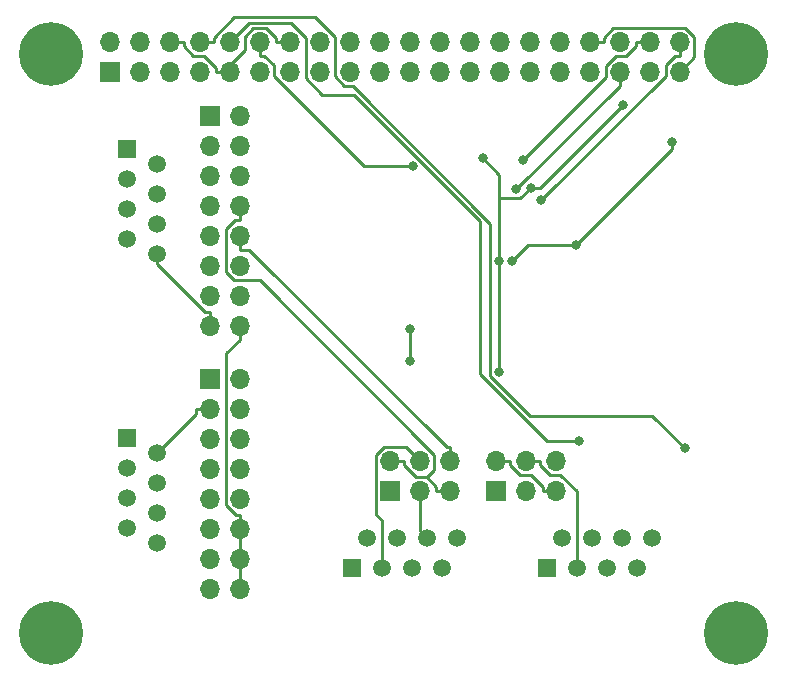
<source format=gbr>
G04 #@! TF.GenerationSoftware,KiCad,Pcbnew,(5.0.2)-1*
G04 #@! TF.CreationDate,2019-06-22T23:22:15-04:00*
G04 #@! TF.ProjectId,RPi-Ham,5250692d-4861-46d2-9e6b-696361645f70,rev?*
G04 #@! TF.SameCoordinates,Original*
G04 #@! TF.FileFunction,Copper,L2,Bot*
G04 #@! TF.FilePolarity,Positive*
%FSLAX46Y46*%
G04 Gerber Fmt 4.6, Leading zero omitted, Abs format (unit mm)*
G04 Created by KiCad (PCBNEW (5.0.2)-1) date 2019-06-22 23:22:15*
%MOMM*%
%LPD*%
G01*
G04 APERTURE LIST*
G04 #@! TA.AperFunction,ComponentPad*
%ADD10C,1.500000*%
G04 #@! TD*
G04 #@! TA.AperFunction,ComponentPad*
%ADD11R,1.500000X1.500000*%
G04 #@! TD*
G04 #@! TA.AperFunction,ComponentPad*
%ADD12C,5.400000*%
G04 #@! TD*
G04 #@! TA.AperFunction,ComponentPad*
%ADD13C,0.800000*%
G04 #@! TD*
G04 #@! TA.AperFunction,ComponentPad*
%ADD14O,1.700000X1.700000*%
G04 #@! TD*
G04 #@! TA.AperFunction,ComponentPad*
%ADD15R,1.700000X1.700000*%
G04 #@! TD*
G04 #@! TA.AperFunction,ViaPad*
%ADD16C,0.800000*%
G04 #@! TD*
G04 #@! TA.AperFunction,Conductor*
%ADD17C,0.250000*%
G04 #@! TD*
G04 APERTURE END LIST*
D10*
G04 #@! TO.P,J2,8*
G04 #@! TO.N,Net-(J2-Pad8)*
X85390000Y-73460000D03*
G04 #@! TO.P,J2,7*
G04 #@! TO.N,Net-(J2-Pad7)*
X84120000Y-76000000D03*
G04 #@! TO.P,J2,6*
G04 #@! TO.N,Net-(J1-Pad3)*
X82850000Y-73460000D03*
G04 #@! TO.P,J2,5*
G04 #@! TO.N,GND*
X81580000Y-76000000D03*
G04 #@! TO.P,J2,4*
X80310000Y-73460000D03*
G04 #@! TO.P,J2,3*
G04 #@! TO.N,Net-(J1-Pad4)*
X79040000Y-76000000D03*
G04 #@! TO.P,J2,2*
G04 #@! TO.N,Net-(J2-Pad2)*
X77770000Y-73460000D03*
D11*
G04 #@! TO.P,J2,1*
G04 #@! TO.N,Net-(J2-Pad1)*
X76500000Y-76000000D03*
G04 #@! TD*
G04 #@! TO.P,J4,1*
G04 #@! TO.N,Net-(J4-Pad1)*
X93000000Y-76000000D03*
D10*
G04 #@! TO.P,J4,2*
G04 #@! TO.N,Net-(J4-Pad2)*
X94270000Y-73460000D03*
G04 #@! TO.P,J4,3*
G04 #@! TO.N,Net-(J3-Pad4)*
X95540000Y-76000000D03*
G04 #@! TO.P,J4,4*
G04 #@! TO.N,GND*
X96810000Y-73460000D03*
G04 #@! TO.P,J4,5*
X98080000Y-76000000D03*
G04 #@! TO.P,J4,6*
G04 #@! TO.N,Net-(J3-Pad3)*
X99350000Y-73460000D03*
G04 #@! TO.P,J4,7*
G04 #@! TO.N,Net-(J4-Pad7)*
X100620000Y-76000000D03*
G04 #@! TO.P,J4,8*
G04 #@! TO.N,Net-(J4-Pad8)*
X101890000Y-73460000D03*
G04 #@! TD*
D12*
G04 #@! TO.P,J12,1*
G04 #@! TO.N,N/C*
X109000000Y-32500000D03*
D13*
X111025000Y-32500000D03*
X110431891Y-33931891D03*
X109000000Y-34525000D03*
X107568109Y-33931891D03*
X106975000Y-32500000D03*
X107568109Y-31068109D03*
X109000000Y-30475000D03*
X110431891Y-31068109D03*
G04 #@! TD*
G04 #@! TO.P,J13,1*
G04 #@! TO.N,N/C*
X52431891Y-31068109D03*
X51000000Y-30475000D03*
X49568109Y-31068109D03*
X48975000Y-32500000D03*
X49568109Y-33931891D03*
X51000000Y-34525000D03*
X52431891Y-33931891D03*
X53025000Y-32500000D03*
D12*
X51000000Y-32500000D03*
G04 #@! TD*
D13*
G04 #@! TO.P,J10,1*
G04 #@! TO.N,N/C*
X110431891Y-80068109D03*
X109000000Y-79475000D03*
X107568109Y-80068109D03*
X106975000Y-81500000D03*
X107568109Y-82931891D03*
X109000000Y-83525000D03*
X110431891Y-82931891D03*
X111025000Y-81500000D03*
D12*
X109000000Y-81500000D03*
G04 #@! TD*
D13*
G04 #@! TO.P,J11,1*
G04 #@! TO.N,N/C*
X52431891Y-80068109D03*
X51000000Y-79475000D03*
X49568109Y-80068109D03*
X48975000Y-81500000D03*
X49568109Y-82931891D03*
X51000000Y-83525000D03*
X52431891Y-82931891D03*
X53025000Y-81500000D03*
D12*
X51000000Y-81500000D03*
G04 #@! TD*
D11*
G04 #@! TO.P,J5,1*
G04 #@! TO.N,Net-(J5-Pad1)*
X57500000Y-40500000D03*
D10*
G04 #@! TO.P,J5,2*
G04 #@! TO.N,Net-(J5-Pad2)*
X60040000Y-41770000D03*
G04 #@! TO.P,J5,3*
G04 #@! TO.N,Net-(J5-Pad3)*
X57500000Y-43040000D03*
G04 #@! TO.P,J5,4*
G04 #@! TO.N,Net-(J5-Pad4)*
X60040000Y-44310000D03*
G04 #@! TO.P,J5,5*
G04 #@! TO.N,Net-(J5-Pad5)*
X57500000Y-45580000D03*
G04 #@! TO.P,J5,6*
G04 #@! TO.N,Net-(J5-Pad6)*
X60040000Y-46850000D03*
G04 #@! TO.P,J5,7*
G04 #@! TO.N,Net-(J5-Pad7)*
X57500000Y-48120000D03*
G04 #@! TO.P,J5,8*
G04 #@! TO.N,Net-(J5-Pad8)*
X60040000Y-49390000D03*
G04 #@! TD*
D14*
G04 #@! TO.P,J6,16*
G04 #@! TO.N,GND*
X67000000Y-55500000D03*
G04 #@! TO.P,J6,15*
G04 #@! TO.N,Net-(J5-Pad8)*
X64460000Y-55500000D03*
G04 #@! TO.P,J6,14*
G04 #@! TO.N,GND*
X67000000Y-52960000D03*
G04 #@! TO.P,J6,13*
G04 #@! TO.N,Net-(J5-Pad7)*
X64460000Y-52960000D03*
G04 #@! TO.P,J6,12*
G04 #@! TO.N,GND*
X67000000Y-50420000D03*
G04 #@! TO.P,J6,11*
G04 #@! TO.N,Net-(J5-Pad6)*
X64460000Y-50420000D03*
G04 #@! TO.P,J6,10*
G04 #@! TO.N,TXR0*
X67000000Y-47880000D03*
G04 #@! TO.P,J6,9*
G04 #@! TO.N,Net-(J5-Pad5)*
X64460000Y-47880000D03*
G04 #@! TO.P,J6,8*
G04 #@! TO.N,RXR0*
X67000000Y-45340000D03*
G04 #@! TO.P,J6,7*
G04 #@! TO.N,Net-(J5-Pad4)*
X64460000Y-45340000D03*
G04 #@! TO.P,J6,6*
G04 #@! TO.N,PTT0*
X67000000Y-42800000D03*
G04 #@! TO.P,J6,5*
G04 #@! TO.N,Net-(J5-Pad3)*
X64460000Y-42800000D03*
G04 #@! TO.P,J6,4*
G04 #@! TO.N,OUTL*
X67000000Y-40260000D03*
G04 #@! TO.P,J6,3*
G04 #@! TO.N,Net-(J5-Pad2)*
X64460000Y-40260000D03*
G04 #@! TO.P,J6,2*
G04 #@! TO.N,INL*
X67000000Y-37720000D03*
D15*
G04 #@! TO.P,J6,1*
G04 #@! TO.N,Net-(J5-Pad1)*
X64460000Y-37720000D03*
G04 #@! TD*
D11*
G04 #@! TO.P,J7,1*
G04 #@! TO.N,Net-(J7-Pad1)*
X57500000Y-65000000D03*
D10*
G04 #@! TO.P,J7,2*
G04 #@! TO.N,Net-(J7-Pad2)*
X60040000Y-66270000D03*
G04 #@! TO.P,J7,3*
G04 #@! TO.N,Net-(J7-Pad3)*
X57500000Y-67540000D03*
G04 #@! TO.P,J7,4*
G04 #@! TO.N,Net-(J7-Pad4)*
X60040000Y-68810000D03*
G04 #@! TO.P,J7,5*
G04 #@! TO.N,Net-(J7-Pad5)*
X57500000Y-70080000D03*
G04 #@! TO.P,J7,6*
G04 #@! TO.N,Net-(J7-Pad6)*
X60040000Y-71350000D03*
G04 #@! TO.P,J7,7*
G04 #@! TO.N,Net-(J7-Pad7)*
X57500000Y-72620000D03*
G04 #@! TO.P,J7,8*
G04 #@! TO.N,Net-(J7-Pad8)*
X60040000Y-73890000D03*
G04 #@! TD*
D14*
G04 #@! TO.P,J8,40*
G04 #@! TO.N,DIN*
X104260000Y-31460000D03*
G04 #@! TO.P,J8,39*
G04 #@! TO.N,GND*
X104260000Y-34000000D03*
G04 #@! TO.P,J8,38*
G04 #@! TO.N,DOUT*
X101720000Y-31460000D03*
G04 #@! TO.P,J8,37*
G04 #@! TO.N,Net-(J8-Pad37)*
X101720000Y-34000000D03*
G04 #@! TO.P,J8,36*
G04 #@! TO.N,Net-(J8-Pad36)*
X99180000Y-31460000D03*
G04 #@! TO.P,J8,35*
G04 #@! TO.N,LRCK*
X99180000Y-34000000D03*
G04 #@! TO.P,J8,34*
G04 #@! TO.N,GND*
X96640000Y-31460000D03*
G04 #@! TO.P,J8,33*
G04 #@! TO.N,RXD1*
X96640000Y-34000000D03*
G04 #@! TO.P,J8,32*
G04 #@! TO.N,TXD1*
X94100000Y-31460000D03*
G04 #@! TO.P,J8,31*
G04 #@! TO.N,Net-(J8-Pad31)*
X94100000Y-34000000D03*
G04 #@! TO.P,J8,30*
G04 #@! TO.N,GND*
X91560000Y-31460000D03*
G04 #@! TO.P,J8,29*
G04 #@! TO.N,Net-(J8-Pad29)*
X91560000Y-34000000D03*
G04 #@! TO.P,J8,28*
G04 #@! TO.N,Net-(J8-Pad28)*
X89020000Y-31460000D03*
G04 #@! TO.P,J8,27*
G04 #@! TO.N,Net-(J8-Pad27)*
X89020000Y-34000000D03*
G04 #@! TO.P,J8,26*
G04 #@! TO.N,Net-(J8-Pad26)*
X86480000Y-31460000D03*
G04 #@! TO.P,J8,25*
G04 #@! TO.N,GND*
X86480000Y-34000000D03*
G04 #@! TO.P,J8,24*
G04 #@! TO.N,Net-(J8-Pad24)*
X83940000Y-31460000D03*
G04 #@! TO.P,J8,23*
G04 #@! TO.N,Net-(J8-Pad23)*
X83940000Y-34000000D03*
G04 #@! TO.P,J8,22*
G04 #@! TO.N,Net-(J8-Pad22)*
X81400000Y-31460000D03*
G04 #@! TO.P,J8,21*
G04 #@! TO.N,Net-(J8-Pad21)*
X81400000Y-34000000D03*
G04 #@! TO.P,J8,20*
G04 #@! TO.N,GND*
X78860000Y-31460000D03*
G04 #@! TO.P,J8,19*
G04 #@! TO.N,Net-(J8-Pad19)*
X78860000Y-34000000D03*
G04 #@! TO.P,J8,18*
G04 #@! TO.N,Net-(J8-Pad18)*
X76320000Y-31460000D03*
G04 #@! TO.P,J8,17*
G04 #@! TO.N,Net-(C19-Pad1)*
X76320000Y-34000000D03*
G04 #@! TO.P,J8,16*
G04 #@! TO.N,Net-(J8-Pad16)*
X73780000Y-31460000D03*
G04 #@! TO.P,J8,15*
G04 #@! TO.N,Net-(J8-Pad15)*
X73780000Y-34000000D03*
G04 #@! TO.P,J8,14*
G04 #@! TO.N,GND*
X71240000Y-31460000D03*
G04 #@! TO.P,J8,13*
G04 #@! TO.N,Net-(J8-Pad13)*
X71240000Y-34000000D03*
G04 #@! TO.P,J8,12*
G04 #@! TO.N,BCK*
X68700000Y-31460000D03*
G04 #@! TO.P,J8,11*
G04 #@! TO.N,Net-(J8-Pad11)*
X68700000Y-34000000D03*
G04 #@! TO.P,J8,10*
G04 #@! TO.N,RXD0*
X66160000Y-31460000D03*
G04 #@! TO.P,J8,9*
G04 #@! TO.N,GND*
X66160000Y-34000000D03*
G04 #@! TO.P,J8,8*
G04 #@! TO.N,TXD0*
X63620000Y-31460000D03*
G04 #@! TO.P,J8,7*
G04 #@! TO.N,Net-(J8-Pad7)*
X63620000Y-34000000D03*
G04 #@! TO.P,J8,6*
G04 #@! TO.N,GND*
X61080000Y-31460000D03*
G04 #@! TO.P,J8,5*
G04 #@! TO.N,Net-(J8-Pad5)*
X61080000Y-34000000D03*
G04 #@! TO.P,J8,4*
G04 #@! TO.N,Net-(C18-Pad1)*
X58540000Y-31460000D03*
G04 #@! TO.P,J8,3*
G04 #@! TO.N,Net-(J8-Pad3)*
X58540000Y-34000000D03*
G04 #@! TO.P,J8,2*
G04 #@! TO.N,Net-(C18-Pad1)*
X56000000Y-31460000D03*
D15*
G04 #@! TO.P,J8,1*
G04 #@! TO.N,Net-(C19-Pad1)*
X56000000Y-34000000D03*
G04 #@! TD*
G04 #@! TO.P,J9,1*
G04 #@! TO.N,Net-(J7-Pad1)*
X64500000Y-60000000D03*
D14*
G04 #@! TO.P,J9,2*
G04 #@! TO.N,INR*
X67040000Y-60000000D03*
G04 #@! TO.P,J9,3*
G04 #@! TO.N,Net-(J7-Pad2)*
X64500000Y-62540000D03*
G04 #@! TO.P,J9,4*
G04 #@! TO.N,OUTR*
X67040000Y-62540000D03*
G04 #@! TO.P,J9,5*
G04 #@! TO.N,Net-(J7-Pad3)*
X64500000Y-65080000D03*
G04 #@! TO.P,J9,6*
G04 #@! TO.N,PTT1*
X67040000Y-65080000D03*
G04 #@! TO.P,J9,7*
G04 #@! TO.N,Net-(J7-Pad4)*
X64500000Y-67620000D03*
G04 #@! TO.P,J9,8*
G04 #@! TO.N,RXR1*
X67040000Y-67620000D03*
G04 #@! TO.P,J9,9*
G04 #@! TO.N,Net-(J7-Pad5)*
X64500000Y-70160000D03*
G04 #@! TO.P,J9,10*
G04 #@! TO.N,TXR1*
X67040000Y-70160000D03*
G04 #@! TO.P,J9,11*
G04 #@! TO.N,Net-(J7-Pad6)*
X64500000Y-72700000D03*
G04 #@! TO.P,J9,12*
G04 #@! TO.N,GND*
X67040000Y-72700000D03*
G04 #@! TO.P,J9,13*
G04 #@! TO.N,Net-(J7-Pad7)*
X64500000Y-75240000D03*
G04 #@! TO.P,J9,14*
G04 #@! TO.N,GND*
X67040000Y-75240000D03*
G04 #@! TO.P,J9,15*
G04 #@! TO.N,Net-(J7-Pad8)*
X64500000Y-77780000D03*
G04 #@! TO.P,J9,16*
G04 #@! TO.N,GND*
X67040000Y-77780000D03*
G04 #@! TD*
G04 #@! TO.P,J1,6*
G04 #@! TO.N,TXR0*
X84830000Y-66960000D03*
G04 #@! TO.P,J1,5*
G04 #@! TO.N,RXR0*
X84830000Y-69500000D03*
G04 #@! TO.P,J1,4*
G04 #@! TO.N,Net-(J1-Pad4)*
X82290000Y-66960000D03*
G04 #@! TO.P,J1,3*
G04 #@! TO.N,Net-(J1-Pad3)*
X82290000Y-69500000D03*
G04 #@! TO.P,J1,2*
G04 #@! TO.N,RXR0*
X79750000Y-66960000D03*
D15*
G04 #@! TO.P,J1,1*
G04 #@! TO.N,TXR0*
X79750000Y-69500000D03*
G04 #@! TD*
G04 #@! TO.P,J3,1*
G04 #@! TO.N,TXR1*
X88750000Y-69500000D03*
D14*
G04 #@! TO.P,J3,2*
G04 #@! TO.N,RXR1*
X88750000Y-66960000D03*
G04 #@! TO.P,J3,3*
G04 #@! TO.N,Net-(J3-Pad3)*
X91290000Y-69500000D03*
G04 #@! TO.P,J3,4*
G04 #@! TO.N,Net-(J3-Pad4)*
X91290000Y-66960000D03*
G04 #@! TO.P,J3,5*
G04 #@! TO.N,RXR1*
X93830000Y-69500000D03*
G04 #@! TO.P,J3,6*
G04 #@! TO.N,TXR1*
X93830000Y-66960000D03*
G04 #@! TD*
D16*
G04 #@! TO.N,Earth*
X88978200Y-59423100D03*
X87573300Y-41289900D03*
X99439000Y-36804700D03*
X91657400Y-43805600D03*
X88985600Y-50011900D03*
G04 #@! TO.N,VCC*
X103572600Y-39915700D03*
X90024800Y-50024400D03*
X95500000Y-48640400D03*
G04 #@! TO.N,Net-(C11-Pad2)*
X81432600Y-55744200D03*
X81432600Y-58494800D03*
G04 #@! TO.N,TXD0*
X104678500Y-65870500D03*
G04 #@! TO.N,RXD0*
X95765500Y-65261800D03*
G04 #@! TO.N,BCK*
X81710500Y-41971700D03*
G04 #@! TO.N,LRCK*
X90442700Y-43912600D03*
G04 #@! TO.N,DOUT*
X90972400Y-41465700D03*
G04 #@! TO.N,DIN*
X92526800Y-44876200D03*
G04 #@! TD*
D17*
G04 #@! TO.N,Earth*
X88985600Y-50011900D02*
X88985600Y-59415700D01*
X88985600Y-59415700D02*
X88978200Y-59423100D01*
X88985600Y-44687100D02*
X88985600Y-50011900D01*
X91657400Y-43805600D02*
X90775900Y-44687100D01*
X90775900Y-44687100D02*
X88985600Y-44687100D01*
X88985600Y-44687100D02*
X88985600Y-42702200D01*
X88985600Y-42702200D02*
X87573300Y-41289900D01*
X91657400Y-43805600D02*
X92438100Y-43805600D01*
X92438100Y-43805600D02*
X99439000Y-36804700D01*
G04 #@! TO.N,VCC*
X90024800Y-50024400D02*
X91408800Y-48640400D01*
X91408800Y-48640400D02*
X95500000Y-48640400D01*
X95500000Y-48640400D02*
X103572600Y-40567800D01*
X103572600Y-40567800D02*
X103572600Y-39915700D01*
G04 #@! TO.N,Net-(C11-Pad2)*
X81432600Y-58494800D02*
X81432600Y-55744200D01*
G04 #@! TO.N,GND*
X71240000Y-31460000D02*
X70064700Y-31460000D01*
X65572400Y-34000000D02*
X67430000Y-32142400D01*
X67430000Y-32142400D02*
X67430000Y-31022000D01*
X67430000Y-31022000D02*
X68167300Y-30284700D01*
X68167300Y-30284700D02*
X69256800Y-30284700D01*
X69256800Y-30284700D02*
X70064700Y-31092600D01*
X70064700Y-31092600D02*
X70064700Y-31460000D01*
X65572400Y-34000000D02*
X64984700Y-34000000D01*
X66160000Y-34000000D02*
X65572400Y-34000000D01*
X61080000Y-31460000D02*
X62255300Y-31460000D01*
X64984700Y-34000000D02*
X64984700Y-33632600D01*
X64984700Y-33632600D02*
X63987400Y-32635300D01*
X63987400Y-32635300D02*
X63063200Y-32635300D01*
X63063200Y-32635300D02*
X62255300Y-31827400D01*
X62255300Y-31827400D02*
X62255300Y-31460000D01*
X96640000Y-31460000D02*
X97815300Y-31460000D01*
X97815300Y-31460000D02*
X97815300Y-31092700D01*
X97815300Y-31092700D02*
X98655500Y-30252500D01*
X98655500Y-30252500D02*
X104733900Y-30252500D01*
X104733900Y-30252500D02*
X105501900Y-31020500D01*
X105501900Y-31020500D02*
X105501900Y-32758100D01*
X105501900Y-32758100D02*
X104260000Y-34000000D01*
X67040000Y-72700000D02*
X67040000Y-71524700D01*
X67040000Y-71524700D02*
X66672700Y-71524700D01*
X66672700Y-71524700D02*
X65857300Y-70709300D01*
X65857300Y-70709300D02*
X65857300Y-57818000D01*
X65857300Y-57818000D02*
X67000000Y-56675300D01*
X67040000Y-75240000D02*
X67040000Y-72700000D01*
X67000000Y-55500000D02*
X67000000Y-56675300D01*
X67040000Y-77780000D02*
X67040000Y-75240000D01*
G04 #@! TO.N,RXR0*
X82846800Y-68324700D02*
X83654700Y-69132600D01*
X83654700Y-69132600D02*
X83654700Y-69500000D01*
X80925300Y-66960000D02*
X80925300Y-67327400D01*
X80925300Y-67327400D02*
X81922600Y-68324700D01*
X81922600Y-68324700D02*
X82846800Y-68324700D01*
X82846800Y-68324700D02*
X83465400Y-67706100D01*
X83465400Y-67706100D02*
X83465400Y-66404800D01*
X83465400Y-66404800D02*
X68717200Y-51656600D01*
X68717200Y-51656600D02*
X66547800Y-51656600D01*
X66547800Y-51656600D02*
X65824700Y-50933500D01*
X65824700Y-50933500D02*
X65824700Y-47323200D01*
X65824700Y-47323200D02*
X66632600Y-46515300D01*
X66632600Y-46515300D02*
X67000000Y-46515300D01*
X67000000Y-45340000D02*
X67000000Y-46515300D01*
X84830000Y-69500000D02*
X83654700Y-69500000D01*
X79750000Y-66960000D02*
X80925300Y-66960000D01*
G04 #@! TO.N,TXR0*
X67000000Y-49055300D02*
X67837000Y-49055300D01*
X67837000Y-49055300D02*
X84566400Y-65784700D01*
X84566400Y-65784700D02*
X84830000Y-65784700D01*
X84830000Y-66960000D02*
X84830000Y-65784700D01*
X67000000Y-47880000D02*
X67000000Y-49055300D01*
G04 #@! TO.N,RXR1*
X88750000Y-66960000D02*
X89925300Y-66960000D01*
X93830000Y-69500000D02*
X92654700Y-69500000D01*
X92654700Y-69500000D02*
X92654700Y-69132600D01*
X92654700Y-69132600D02*
X91657400Y-68135300D01*
X91657400Y-68135300D02*
X90733200Y-68135300D01*
X90733200Y-68135300D02*
X89925300Y-67327400D01*
X89925300Y-67327400D02*
X89925300Y-66960000D01*
G04 #@! TO.N,Net-(J5-Pad8)*
X64460000Y-55500000D02*
X64460000Y-54324700D01*
X64460000Y-54324700D02*
X64092700Y-54324700D01*
X64092700Y-54324700D02*
X60040000Y-50272000D01*
X60040000Y-50272000D02*
X60040000Y-49390000D01*
G04 #@! TO.N,Net-(J7-Pad2)*
X64500000Y-62540000D02*
X63324700Y-62540000D01*
X63324700Y-62540000D02*
X63324700Y-62985300D01*
X63324700Y-62985300D02*
X60040000Y-66270000D01*
G04 #@! TO.N,TXD0*
X64795300Y-31460000D02*
X64795300Y-31092700D01*
X64795300Y-31092700D02*
X66511600Y-29376400D01*
X66511600Y-29376400D02*
X73359000Y-29376400D01*
X73359000Y-29376400D02*
X75050000Y-31067400D01*
X75050000Y-31067400D02*
X75050000Y-34392300D01*
X75050000Y-34392300D02*
X75846700Y-35189000D01*
X75846700Y-35189000D02*
X76590700Y-35189000D01*
X76590700Y-35189000D02*
X88243000Y-46841300D01*
X88243000Y-46841300D02*
X88243000Y-59761600D01*
X88243000Y-59761600D02*
X91592600Y-63111200D01*
X91592600Y-63111200D02*
X101919200Y-63111200D01*
X101919200Y-63111200D02*
X104678500Y-65870500D01*
X63620000Y-31460000D02*
X64795300Y-31460000D01*
G04 #@! TO.N,RXD0*
X66160000Y-31460000D02*
X67785700Y-29834300D01*
X67785700Y-29834300D02*
X71327400Y-29834300D01*
X71327400Y-29834300D02*
X72604600Y-31111500D01*
X72604600Y-31111500D02*
X72604600Y-34533900D01*
X72604600Y-34533900D02*
X74015700Y-35945000D01*
X74015700Y-35945000D02*
X76709800Y-35945000D01*
X76709800Y-35945000D02*
X87359500Y-46594700D01*
X87359500Y-46594700D02*
X87359500Y-59587500D01*
X87359500Y-59587500D02*
X93033800Y-65261800D01*
X93033800Y-65261800D02*
X95765500Y-65261800D01*
G04 #@! TO.N,BCK*
X68700000Y-32635300D02*
X69067400Y-32635300D01*
X69067400Y-32635300D02*
X69875300Y-33443200D01*
X69875300Y-33443200D02*
X69875300Y-34311900D01*
X69875300Y-34311900D02*
X77535100Y-41971700D01*
X77535100Y-41971700D02*
X81710500Y-41971700D01*
X68700000Y-31460000D02*
X68700000Y-32635300D01*
G04 #@! TO.N,LRCK*
X99180000Y-35175300D02*
X90442700Y-43912600D01*
X99180000Y-34000000D02*
X99180000Y-35175300D01*
G04 #@! TO.N,DOUT*
X101720000Y-31460000D02*
X100544700Y-31460000D01*
X90972400Y-41465700D02*
X98004600Y-34433500D01*
X98004600Y-34433500D02*
X98004600Y-33474400D01*
X98004600Y-33474400D02*
X98843700Y-32635300D01*
X98843700Y-32635300D02*
X99736800Y-32635300D01*
X99736800Y-32635300D02*
X100544700Y-31827400D01*
X100544700Y-31827400D02*
X100544700Y-31460000D01*
G04 #@! TO.N,DIN*
X104260000Y-32635300D02*
X103892600Y-32635300D01*
X103892600Y-32635300D02*
X103084700Y-33443200D01*
X103084700Y-33443200D02*
X103084700Y-34318300D01*
X103084700Y-34318300D02*
X92526800Y-44876200D01*
X104260000Y-31460000D02*
X104260000Y-32635300D01*
G04 #@! TO.N,Net-(J1-Pad4)*
X82290000Y-66960000D02*
X81086600Y-65756600D01*
X81086600Y-65756600D02*
X79220500Y-65756600D01*
X79220500Y-65756600D02*
X78574600Y-66402500D01*
X78574600Y-66402500D02*
X78574600Y-71485600D01*
X78574600Y-71485600D02*
X79040000Y-71951000D01*
X79040000Y-71951000D02*
X79040000Y-76000000D01*
G04 #@! TO.N,Net-(J1-Pad3)*
X82290000Y-69500000D02*
X82290000Y-72900000D01*
X82290000Y-72900000D02*
X82850000Y-73460000D01*
G04 #@! TO.N,Net-(J3-Pad4)*
X91290000Y-66960000D02*
X92465300Y-66960000D01*
X92465300Y-66960000D02*
X92465300Y-67327400D01*
X92465300Y-67327400D02*
X93273200Y-68135300D01*
X93273200Y-68135300D02*
X94148700Y-68135300D01*
X94148700Y-68135300D02*
X95540000Y-69526600D01*
X95540000Y-69526600D02*
X95540000Y-76000000D01*
G04 #@! TD*
M02*

</source>
